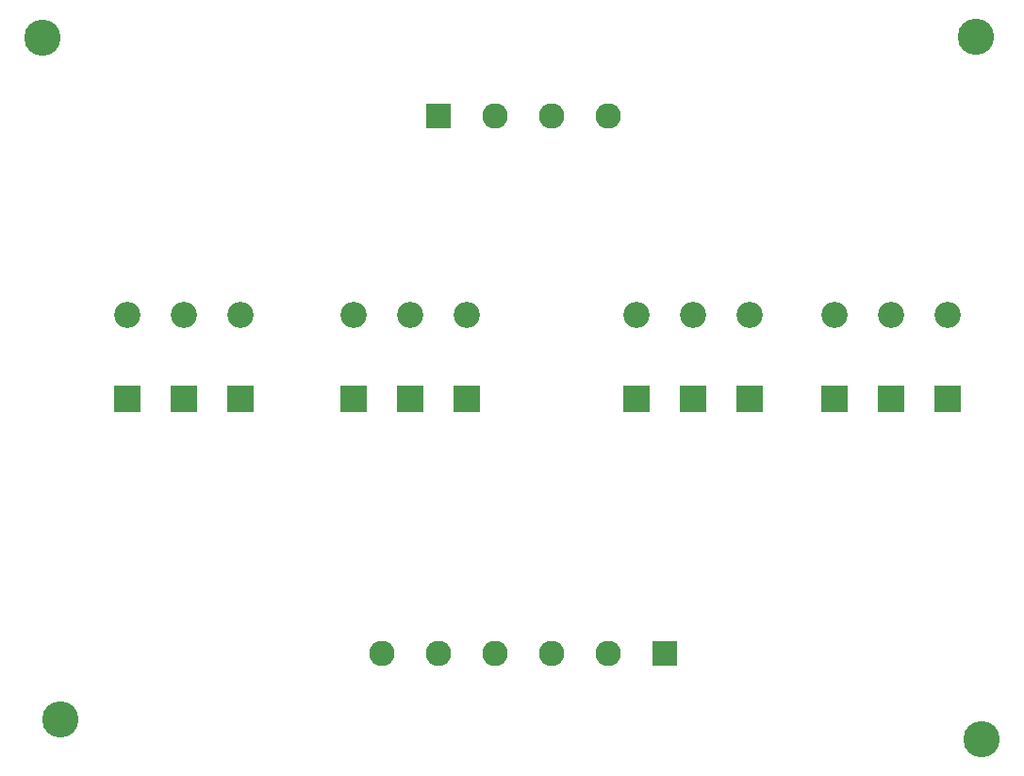
<source format=gbs>
G04 MADE WITH FRITZING*
G04 WWW.FRITZING.ORG*
G04 DOUBLE SIDED*
G04 HOLES PLATED*
G04 CONTOUR ON CENTER OF CONTOUR VECTOR*
%ASAXBY*%
%FSLAX23Y23*%
%MOIN*%
%OFA0B0*%
%SFA1.0B1.0*%
%ADD10C,0.090000*%
%ADD11C,0.128110*%
%ADD12C,0.092000*%
%ADD13R,0.090000X0.090000*%
%ADD14R,0.092000X0.092000*%
%LNMASK0*%
G90*
G70*
G54D10*
X1500Y2334D03*
X1700Y2334D03*
X1900Y2334D03*
X2100Y2334D03*
X2300Y434D03*
X2100Y434D03*
X1900Y434D03*
X1700Y434D03*
X1500Y434D03*
X1300Y434D03*
G54D11*
X3419Y130D03*
X3400Y2614D03*
X164Y201D03*
X100Y2611D03*
G54D12*
X400Y1334D03*
X400Y1632D03*
X600Y1334D03*
X600Y1632D03*
X3300Y1334D03*
X3300Y1632D03*
X800Y1334D03*
X800Y1632D03*
X3100Y1334D03*
X3100Y1632D03*
X2900Y1334D03*
X2900Y1632D03*
X1200Y1334D03*
X1200Y1632D03*
X2600Y1334D03*
X2600Y1632D03*
X2400Y1334D03*
X2400Y1632D03*
X1600Y1334D03*
X1600Y1632D03*
X2200Y1334D03*
X2200Y1632D03*
X1400Y1334D03*
X1400Y1632D03*
G54D13*
X1500Y2334D03*
X2300Y434D03*
G54D14*
X400Y1333D03*
X600Y1333D03*
X3300Y1333D03*
X800Y1333D03*
X3100Y1333D03*
X2900Y1333D03*
X1200Y1333D03*
X2600Y1333D03*
X2400Y1333D03*
X1600Y1333D03*
X2200Y1333D03*
X1400Y1333D03*
G04 End of Mask0*
M02*
</source>
